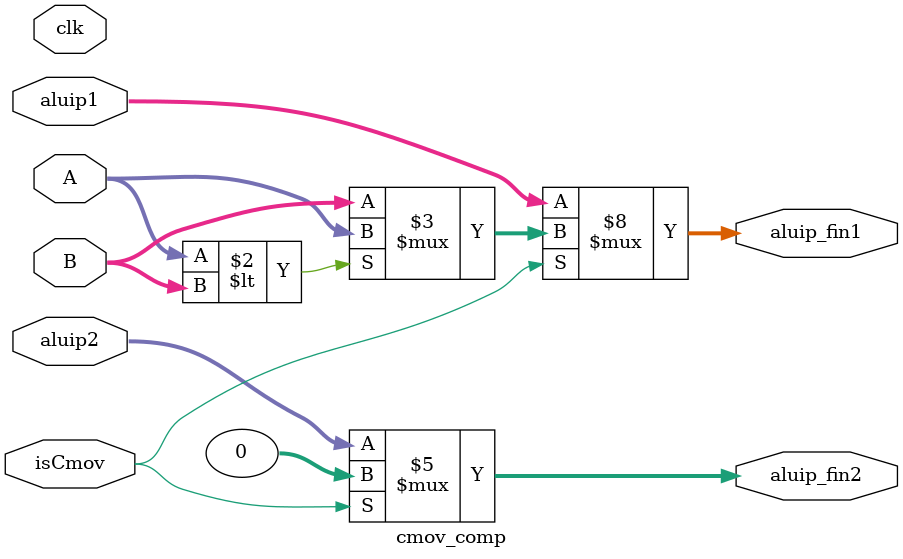
<source format=v>
module cmov_comp(
    input wire clk, isCmov,
    input wire [31:0] A, B, aluip1, aluip2,
    output reg [31:0] aluip_fin1, aluip_fin2
);

    always @(*) begin
        if(isCmov) begin
            aluip_fin1 <= (A < B)? A : B;
            aluip_fin2 <= 0;
        end
        else begin
            aluip_fin1 <= aluip1;
            aluip_fin2 <= aluip2;
        end
    end

endmodule
</source>
